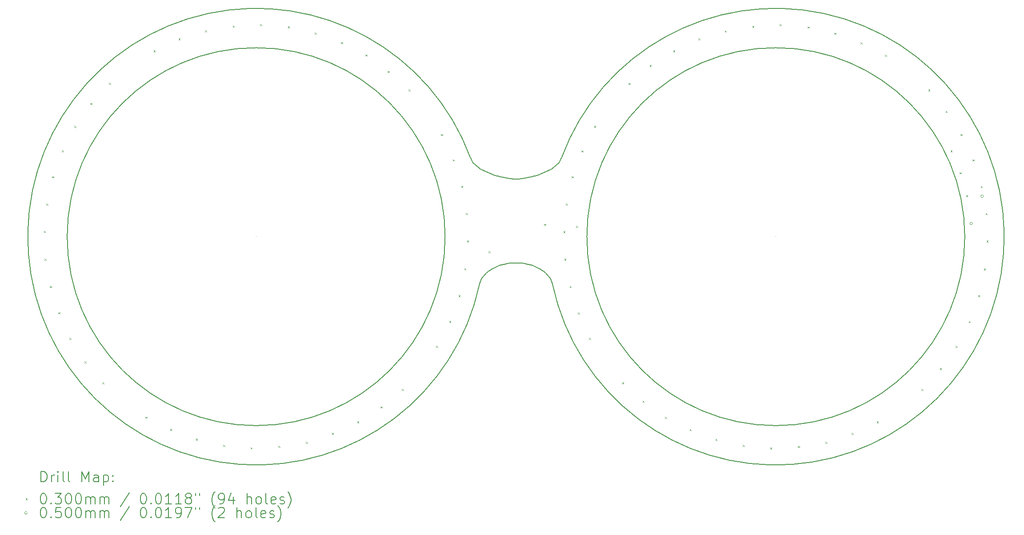
<source format=gbr>
%TF.GenerationSoftware,KiCad,Pcbnew,8.0.4*%
%TF.CreationDate,2025-02-17T11:37:52+11:00*%
%TF.ProjectId,LGS_FrontPCB,4c47535f-4672-46f6-9e74-5043422e6b69,rev?*%
%TF.SameCoordinates,Original*%
%TF.FileFunction,Drillmap*%
%TF.FilePolarity,Positive*%
%FSLAX45Y45*%
G04 Gerber Fmt 4.5, Leading zero omitted, Abs format (unit mm)*
G04 Created by KiCad (PCBNEW 8.0.4) date 2025-02-17 11:37:52*
%MOMM*%
%LPD*%
G01*
G04 APERTURE LIST*
%ADD10C,0.200000*%
%ADD11C,0.010050*%
%ADD12C,0.100000*%
G04 APERTURE END LIST*
D10*
X-5013843Y1100811D02*
X-4992852Y1099366D01*
X-4969511Y1098465D01*
X-4947003Y1098361D01*
X-4924076Y1098936D01*
X-4903745Y1099848D01*
X-4886157Y1100811D01*
X-4709046Y1127895D02*
X-4782993Y1114317D01*
X-4501611Y1186194D02*
X-4586219Y1159983D01*
X-4295520Y1277682D02*
X-4375745Y1237988D01*
X-4136452Y1404725D02*
X-4193700Y1350601D01*
X-4269855Y-847912D02*
X-4255878Y-900000D01*
X-4347625Y-728033D02*
X-4311716Y-774655D01*
X-4474727Y-625875D02*
X-4419907Y-664810D01*
X-4640212Y-549102D02*
X-4571181Y-577125D01*
X-4828813Y-506147D02*
X-4752781Y-519821D01*
X-5147220Y-519821D02*
X-5071187Y-506147D01*
X-5328819Y-577125D02*
X-5259788Y-549102D01*
X-5480093Y-664810D02*
X-5425273Y-625875D01*
X-5588284Y-774655D02*
X-5552375Y-728033D01*
X-5190954Y1127895D02*
X-5117007Y1114317D01*
X-5398389Y1186194D02*
X-5313781Y1159983D01*
X-5604480Y1277682D02*
X-5524255Y1237988D01*
X-5763548Y1404725D02*
X-5706300Y1350601D01*
X-5630145Y-847912D02*
X-5644122Y-900000D01*
X-4953923Y-500000D02*
X-4946077Y-500000D01*
X-4782993Y1114317D02*
X-4803112Y1111089D01*
X-4826124Y1107730D01*
X-4848649Y1104808D01*
X-4870696Y1102321D01*
X-4886157Y1100811D01*
X-4586219Y1159983D02*
X-4605810Y1154336D01*
X-4625274Y1148925D01*
X-4644598Y1143748D01*
X-4667579Y1137846D01*
X-4690311Y1132279D01*
X-4709046Y1127895D01*
X-4375745Y1237988D02*
X-4394977Y1229217D01*
X-4414397Y1220698D01*
X-4433986Y1212431D01*
X-4453727Y1204415D01*
X-4473600Y1196649D01*
X-4493588Y1189131D01*
X-4501611Y1186194D01*
X-4193700Y1350601D02*
X-4211222Y1336092D01*
X-4229495Y1321970D01*
X-4248496Y1308235D01*
X-4268199Y1294885D01*
X-4285137Y1284053D01*
X-4295520Y1277682D01*
X-4083197Y1500000D02*
X-4091024Y1481268D01*
X-4099848Y1462937D01*
X-4109667Y1445006D01*
X-4120483Y1427476D01*
X-4132294Y1410346D01*
X-4136452Y1404725D01*
X-5117007Y1114317D02*
X-5096888Y1111089D01*
X-5073876Y1107730D01*
X-5051351Y1104808D01*
X-5029304Y1102321D01*
X-5013843Y1100811D01*
X-5313781Y1159983D02*
X-5294190Y1154336D01*
X-5274726Y1148925D01*
X-5255402Y1143748D01*
X-5232421Y1137846D01*
X-5209689Y1132279D01*
X-5190954Y1127895D01*
X-5524255Y1237988D02*
X-5505023Y1229217D01*
X-5485603Y1220698D01*
X-5466014Y1212431D01*
X-5446273Y1204415D01*
X-5426400Y1196649D01*
X-5406412Y1189131D01*
X-5398389Y1186194D01*
X-5706300Y1350601D02*
X-5688778Y1336092D01*
X-5670505Y1321970D01*
X-5651504Y1308235D01*
X-5631801Y1294885D01*
X-5614863Y1284053D01*
X-5604480Y1277682D01*
X-5816803Y1500000D02*
X-5808976Y1481268D01*
X-5800152Y1462937D01*
X-5790332Y1445006D01*
X-5779517Y1427476D01*
X-5767706Y1410346D01*
X-5763548Y1404725D01*
X-6300000Y0D02*
G75*
G02*
X-13500000Y0I-3600000J0D01*
G01*
X-13500000Y0D02*
G75*
G02*
X-6300000Y0I3600000J0D01*
G01*
X-5644122Y-900000D02*
G75*
G02*
X-5816803Y1500000I-4255878J900000D01*
G01*
X-5588284Y-774655D02*
X-5600263Y-792564D01*
X-5611240Y-810748D01*
X-5621204Y-829200D01*
X-5630145Y-847912D01*
X-5480093Y-664810D02*
X-5497056Y-678103D01*
X-5513385Y-691704D01*
X-5529067Y-705605D01*
X-5544091Y-719796D01*
X-5552375Y-728033D01*
X-5328819Y-577125D02*
X-5347643Y-585594D01*
X-5366136Y-594380D01*
X-5384289Y-603476D01*
X-5402093Y-612876D01*
X-5422411Y-624221D01*
X-5425273Y-625875D01*
X-5147220Y-519821D02*
X-5168731Y-524465D01*
X-5190067Y-529503D01*
X-5211217Y-534933D01*
X-5232171Y-540750D01*
X-5252919Y-546950D01*
X-5259788Y-549102D01*
X-4953923Y-500000D02*
X-4975962Y-500252D01*
X-4997989Y-500920D01*
X-5019992Y-502003D01*
X-5041962Y-503502D01*
X-5063889Y-505417D01*
X-5071187Y-506147D01*
X-4311716Y-774655D02*
X-4299737Y-792564D01*
X-4288760Y-810748D01*
X-4278796Y-829200D01*
X-4269855Y-847912D01*
X-4419907Y-664810D02*
X-4402944Y-678103D01*
X-4386615Y-691704D01*
X-4370933Y-705605D01*
X-4355909Y-719796D01*
X-4347625Y-728033D01*
X-4571181Y-577125D02*
X-4552357Y-585594D01*
X-4533864Y-594380D01*
X-4515711Y-603476D01*
X-4497907Y-612876D01*
X-4477589Y-624221D01*
X-4474727Y-625875D01*
X-4752781Y-519821D02*
X-4731269Y-524465D01*
X-4709933Y-529503D01*
X-4688783Y-534933D01*
X-4667829Y-540750D01*
X-4647081Y-546950D01*
X-4640212Y-549102D01*
X-4946077Y-500000D02*
X-4924038Y-500252D01*
X-4902011Y-500920D01*
X-4880008Y-502003D01*
X-4858038Y-503502D01*
X-4836111Y-505417D01*
X-4828813Y-506147D01*
X-4083197Y1500000D02*
G75*
G02*
X-4255878Y-900000I4083197J-1500000D01*
G01*
X3600000Y0D02*
G75*
G02*
X-3600000Y0I-3600000J0D01*
G01*
X-3600000Y0D02*
G75*
G02*
X3600000Y0I3600000J0D01*
G01*
D11*
X502Y0D02*
G75*
G02*
X-502Y0I-502J0D01*
G01*
X-502Y0D02*
G75*
G02*
X502Y0I502J0D01*
G01*
X-9899498Y0D02*
G75*
G02*
X-9900503Y0I-503J0D01*
G01*
X-9900503Y0D02*
G75*
G02*
X-9899498Y0I503J0D01*
G01*
D10*
D12*
X-13944823Y107500D02*
X-13914823Y77500D01*
X-13914823Y107500D02*
X-13944823Y77500D01*
X-13928886Y-419382D02*
X-13898886Y-449382D01*
X-13898886Y-419382D02*
X-13928886Y-449382D01*
X-13897940Y631561D02*
X-13867940Y601561D01*
X-13867940Y631561D02*
X-13897940Y601561D01*
X-13829258Y-939939D02*
X-13799258Y-969939D01*
X-13799258Y-939939D02*
X-13829258Y-969939D01*
X-13787383Y1151933D02*
X-13757383Y1121933D01*
X-13757383Y1151933D02*
X-13787383Y1121933D01*
X-13669555Y-1440540D02*
X-13639555Y-1470540D01*
X-13639555Y-1440540D02*
X-13669555Y-1470540D01*
X-13600881Y1643950D02*
X-13570881Y1613950D01*
X-13570881Y1643950D02*
X-13600881Y1613950D01*
X-13457209Y-1925610D02*
X-13427209Y-1955610D01*
X-13427209Y-1925610D02*
X-13457209Y-1955610D01*
X-13362438Y2113237D02*
X-13332438Y2083237D01*
X-13332438Y2113237D02*
X-13362438Y2083237D01*
X-13170078Y-2374331D02*
X-13140078Y-2404331D01*
X-13140078Y-2374331D02*
X-13170078Y-2404331D01*
X-13058786Y2546015D02*
X-13028786Y2516015D01*
X-13028786Y2546015D02*
X-13058786Y2516015D01*
X-12829945Y-2772500D02*
X-12799945Y-2802500D01*
X-12799945Y-2772500D02*
X-12829945Y-2802500D01*
X-12704823Y2932619D02*
X-12674823Y2902619D01*
X-12674823Y2932619D02*
X-12704823Y2902619D01*
X-12010559Y-3430116D02*
X-11980559Y-3460116D01*
X-11980559Y-3430116D02*
X-12010559Y-3460116D01*
X-11853498Y3552445D02*
X-11823498Y3522445D01*
X-11823498Y3552445D02*
X-11853498Y3522445D01*
X-11539554Y-3664460D02*
X-11509554Y-3694460D01*
X-11509554Y-3664460D02*
X-11539554Y-3694460D01*
X-11377594Y3780272D02*
X-11347594Y3750272D01*
X-11347594Y3780272D02*
X-11377594Y3750272D01*
X-11049086Y-3850116D02*
X-11019086Y-3880116D01*
X-11019086Y-3850116D02*
X-11049086Y-3880116D01*
X-10872264Y3931933D02*
X-10842264Y3901933D01*
X-10842264Y3931933D02*
X-10872264Y3901933D01*
X-10528886Y-3965618D02*
X-10498886Y-3995618D01*
X-10498886Y-3965618D02*
X-10528886Y-3995618D01*
X-10346782Y4020894D02*
X-10316782Y3990894D01*
X-10316782Y4020894D02*
X-10346782Y3990894D01*
X-10008444Y-4016121D02*
X-9978444Y-4046121D01*
X-9978444Y-4016121D02*
X-10008444Y-4046121D01*
X-9826322Y4051121D02*
X-9796322Y4021121D01*
X-9796322Y4051121D02*
X-9826322Y4021121D01*
X-9477940Y-3986563D02*
X-9447940Y-4016563D01*
X-9447940Y-3986563D02*
X-9477940Y-4016563D01*
X-9294823Y4007500D02*
X-9264823Y3977500D01*
X-9264823Y4007500D02*
X-9294823Y3977500D01*
X-8954707Y-3906586D02*
X-8924707Y-3936586D01*
X-8924707Y-3906586D02*
X-8954707Y-3936586D01*
X-8784823Y3887500D02*
X-8754823Y3857500D01*
X-8754823Y3887500D02*
X-8784823Y3857500D01*
X-8456786Y-3737233D02*
X-8426786Y-3767233D01*
X-8426786Y-3737233D02*
X-8456786Y-3767233D01*
X-8284823Y3707500D02*
X-8254823Y3677500D01*
X-8254823Y3707500D02*
X-8284823Y3677500D01*
X-7976151Y-3517449D02*
X-7946151Y-3547449D01*
X-7946151Y-3517449D02*
X-7976151Y-3547449D01*
X-7819877Y3468825D02*
X-7789877Y3438825D01*
X-7789877Y3468825D02*
X-7819877Y3438825D01*
X-7531605Y-3236960D02*
X-7501605Y-3266960D01*
X-7501605Y-3236960D02*
X-7531605Y-3266960D01*
X-7393985Y3158786D02*
X-7363985Y3128786D01*
X-7363985Y3158786D02*
X-7393985Y3128786D01*
X-7125000Y-2900000D02*
X-7095000Y-2930000D01*
X-7095000Y-2900000D02*
X-7125000Y-2930000D01*
X-6994823Y2807500D02*
X-6964823Y2777500D01*
X-6964823Y2807500D02*
X-6994823Y2777500D01*
X-6473495Y-2077449D02*
X-6443495Y-2107449D01*
X-6443495Y-2077449D02*
X-6473495Y-2107449D01*
X-6379877Y1956177D02*
X-6349877Y1926177D01*
X-6349877Y1956177D02*
X-6379877Y1926177D01*
X-6222861Y-1607234D02*
X-6192861Y-1637234D01*
X-6192861Y-1607234D02*
X-6222861Y-1637234D01*
X-6154252Y1473833D02*
X-6124252Y1443833D01*
X-6124252Y1473833D02*
X-6154252Y1443833D01*
X-6044823Y-1112500D02*
X-6014823Y-1142500D01*
X-6014823Y-1112500D02*
X-6044823Y-1142500D01*
X-5994823Y967500D02*
X-5964823Y937500D01*
X-5964823Y967500D02*
X-5994823Y937500D01*
X-5934823Y-602500D02*
X-5904823Y-632500D01*
X-5904823Y-602500D02*
X-5934823Y-632500D01*
X-5903110Y451168D02*
X-5873110Y421168D01*
X-5873110Y451168D02*
X-5903110Y421168D01*
X-5884823Y-72500D02*
X-5854823Y-102500D01*
X-5854823Y-72500D02*
X-5884823Y-102500D01*
X-5475000Y-274775D02*
X-5445000Y-304775D01*
X-5445000Y-274775D02*
X-5475000Y-304775D01*
X-4415000Y245245D02*
X-4385000Y215245D01*
X-4385000Y245245D02*
X-4415000Y215245D01*
X-4045000Y105000D02*
X-4015000Y75000D01*
X-4015000Y105000D02*
X-4045000Y75000D01*
X-4029063Y-421882D02*
X-3999063Y-451882D01*
X-3999063Y-421882D02*
X-4029063Y-451882D01*
X-3998117Y629061D02*
X-3968117Y599061D01*
X-3968117Y629061D02*
X-3998117Y599061D01*
X-3929435Y-942439D02*
X-3899435Y-972439D01*
X-3899435Y-942439D02*
X-3929435Y-972439D01*
X-3887560Y1149434D02*
X-3857560Y1119434D01*
X-3857560Y1149434D02*
X-3887560Y1119434D01*
X-3805000Y205000D02*
X-3775000Y175000D01*
X-3775000Y205000D02*
X-3805000Y175000D01*
X-3769732Y-1443039D02*
X-3739732Y-1473039D01*
X-3739732Y-1443039D02*
X-3769732Y-1473039D01*
X-3701059Y1641450D02*
X-3671059Y1611450D01*
X-3671059Y1641450D02*
X-3701059Y1611450D01*
X-3557386Y-1928110D02*
X-3527386Y-1958110D01*
X-3527386Y-1928110D02*
X-3557386Y-1958110D01*
X-3462616Y2110737D02*
X-3432616Y2080737D01*
X-3432616Y2110737D02*
X-3462616Y2080737D01*
X-2930122Y-2775000D02*
X-2900122Y-2805000D01*
X-2900122Y-2775000D02*
X-2930122Y-2805000D01*
X-2805000Y2930119D02*
X-2775001Y2900119D01*
X-2775001Y2930119D02*
X-2805000Y2900119D01*
X-2540078Y-3125668D02*
X-2510078Y-3155668D01*
X-2510078Y-3125668D02*
X-2540078Y-3155668D01*
X-2404332Y3270076D02*
X-2374332Y3240076D01*
X-2374332Y3270076D02*
X-2404332Y3240076D01*
X-2110737Y-3432616D02*
X-2080736Y-3462616D01*
X-2080736Y-3432616D02*
X-2110737Y-3462616D01*
X-1953676Y3549945D02*
X-1923676Y3519945D01*
X-1923676Y3549945D02*
X-1953676Y3519945D01*
X-1639732Y-3666960D02*
X-1609732Y-3696960D01*
X-1609732Y-3666960D02*
X-1639732Y-3696960D01*
X-1477771Y3777772D02*
X-1447771Y3747772D01*
X-1447771Y3777772D02*
X-1477771Y3747772D01*
X-1149264Y-3852616D02*
X-1119264Y-3882616D01*
X-1119264Y-3852616D02*
X-1149264Y-3882616D01*
X-972441Y3929433D02*
X-942441Y3899433D01*
X-942441Y3929433D02*
X-972441Y3899433D01*
X-629063Y-3968118D02*
X-599063Y-3998118D01*
X-599063Y-3968118D02*
X-629063Y-3998118D01*
X-446960Y4018395D02*
X-416960Y3988395D01*
X-416960Y4018395D02*
X-446960Y3988395D01*
X-108621Y-4018621D02*
X-78622Y-4048621D01*
X-78622Y-4018621D02*
X-108621Y-4048621D01*
X73500Y4048621D02*
X103500Y4018621D01*
X103500Y4048621D02*
X73500Y4018621D01*
X421883Y-3989063D02*
X451883Y-4019063D01*
X451883Y-3989063D02*
X421883Y-4019063D01*
X605000Y4005000D02*
X635000Y3975000D01*
X635000Y4005000D02*
X605000Y3975000D01*
X945115Y-3909086D02*
X975115Y-3939086D01*
X975115Y-3909086D02*
X945115Y-3939086D01*
X1115000Y3885000D02*
X1145000Y3855000D01*
X1145000Y3885000D02*
X1115000Y3855000D01*
X1443036Y-3739733D02*
X1473036Y-3769733D01*
X1473036Y-3739733D02*
X1443036Y-3769733D01*
X1615000Y3705000D02*
X1645000Y3675000D01*
X1645000Y3705000D02*
X1615000Y3675000D01*
X1923671Y-3519949D02*
X1953671Y-3549949D01*
X1953671Y-3519949D02*
X1923671Y-3549949D01*
X2079945Y3466325D02*
X2109946Y3436325D01*
X2109946Y3466325D02*
X2079945Y3436325D01*
X2774823Y-2902500D02*
X2804823Y-2932500D01*
X2804823Y-2902500D02*
X2774823Y-2932500D01*
X2905000Y2805000D02*
X2935000Y2775000D01*
X2935000Y2805000D02*
X2905000Y2775000D01*
X3125000Y-2505000D02*
X3155000Y-2535000D01*
X3155000Y-2505000D02*
X3125000Y-2535000D01*
X3235000Y2395000D02*
X3265000Y2365000D01*
X3265000Y2395000D02*
X3235000Y2365000D01*
X3328500Y1645700D02*
X3358500Y1615700D01*
X3358500Y1645700D02*
X3328500Y1615700D01*
X3426327Y-2079949D02*
X3456327Y-2109949D01*
X3456327Y-2079949D02*
X3426327Y-2109949D01*
X3502300Y1226100D02*
X3532300Y1196100D01*
X3532300Y1226100D02*
X3502300Y1196100D01*
X3519946Y1953677D02*
X3549946Y1923677D01*
X3549946Y1953677D02*
X3519946Y1923677D01*
X3623700Y788400D02*
X3653700Y758400D01*
X3653700Y788400D02*
X3623700Y758400D01*
X3676962Y-1609733D02*
X3706962Y-1639733D01*
X3706962Y-1609733D02*
X3676962Y-1639733D01*
X3745571Y1471333D02*
X3775571Y1441333D01*
X3775571Y1471333D02*
X3745571Y1441333D01*
X3855000Y-1115000D02*
X3885000Y-1145000D01*
X3885000Y-1115000D02*
X3855000Y-1145000D01*
X3905000Y965000D02*
X3935000Y935000D01*
X3935000Y965000D02*
X3905000Y935000D01*
X3965000Y-605000D02*
X3995000Y-635000D01*
X3995000Y-605000D02*
X3965000Y-635000D01*
X3996712Y448668D02*
X4026712Y418668D01*
X4026712Y448668D02*
X3996712Y418668D01*
X4015000Y-75000D02*
X4045000Y-105000D01*
X4045000Y-75000D02*
X4015000Y-105000D01*
X3745000Y250000D02*
G75*
G02*
X3695000Y250000I-25000J0D01*
G01*
X3695000Y250000D02*
G75*
G02*
X3745000Y250000I25000J0D01*
G01*
X3955000Y770000D02*
G75*
G02*
X3905000Y770000I-25000J0D01*
G01*
X3905000Y770000D02*
G75*
G02*
X3955000Y770000I25000J0D01*
G01*
D10*
X-13999223Y-4671484D02*
X-13999223Y-4471484D01*
X-13999223Y-4471484D02*
X-13951604Y-4471484D01*
X-13951604Y-4471484D02*
X-13923033Y-4481008D01*
X-13923033Y-4481008D02*
X-13903985Y-4500055D01*
X-13903985Y-4500055D02*
X-13894461Y-4519103D01*
X-13894461Y-4519103D02*
X-13884937Y-4557198D01*
X-13884937Y-4557198D02*
X-13884937Y-4585770D01*
X-13884937Y-4585770D02*
X-13894461Y-4623865D01*
X-13894461Y-4623865D02*
X-13903985Y-4642912D01*
X-13903985Y-4642912D02*
X-13923033Y-4661960D01*
X-13923033Y-4661960D02*
X-13951604Y-4671484D01*
X-13951604Y-4671484D02*
X-13999223Y-4671484D01*
X-13799223Y-4671484D02*
X-13799223Y-4538150D01*
X-13799223Y-4576246D02*
X-13789699Y-4557198D01*
X-13789699Y-4557198D02*
X-13780175Y-4547674D01*
X-13780175Y-4547674D02*
X-13761128Y-4538150D01*
X-13761128Y-4538150D02*
X-13742080Y-4538150D01*
X-13675414Y-4671484D02*
X-13675414Y-4538150D01*
X-13675414Y-4471484D02*
X-13684937Y-4481008D01*
X-13684937Y-4481008D02*
X-13675414Y-4490531D01*
X-13675414Y-4490531D02*
X-13665890Y-4481008D01*
X-13665890Y-4481008D02*
X-13675414Y-4471484D01*
X-13675414Y-4471484D02*
X-13675414Y-4490531D01*
X-13551604Y-4671484D02*
X-13570652Y-4661960D01*
X-13570652Y-4661960D02*
X-13580175Y-4642912D01*
X-13580175Y-4642912D02*
X-13580175Y-4471484D01*
X-13446842Y-4671484D02*
X-13465890Y-4661960D01*
X-13465890Y-4661960D02*
X-13475414Y-4642912D01*
X-13475414Y-4642912D02*
X-13475414Y-4471484D01*
X-13218271Y-4671484D02*
X-13218271Y-4471484D01*
X-13218271Y-4471484D02*
X-13151604Y-4614341D01*
X-13151604Y-4614341D02*
X-13084937Y-4471484D01*
X-13084937Y-4471484D02*
X-13084937Y-4671484D01*
X-12903985Y-4671484D02*
X-12903985Y-4566722D01*
X-12903985Y-4566722D02*
X-12913509Y-4547674D01*
X-12913509Y-4547674D02*
X-12932556Y-4538150D01*
X-12932556Y-4538150D02*
X-12970652Y-4538150D01*
X-12970652Y-4538150D02*
X-12989699Y-4547674D01*
X-12903985Y-4661960D02*
X-12923033Y-4671484D01*
X-12923033Y-4671484D02*
X-12970652Y-4671484D01*
X-12970652Y-4671484D02*
X-12989699Y-4661960D01*
X-12989699Y-4661960D02*
X-12999223Y-4642912D01*
X-12999223Y-4642912D02*
X-12999223Y-4623865D01*
X-12999223Y-4623865D02*
X-12989699Y-4604817D01*
X-12989699Y-4604817D02*
X-12970652Y-4595293D01*
X-12970652Y-4595293D02*
X-12923033Y-4595293D01*
X-12923033Y-4595293D02*
X-12903985Y-4585770D01*
X-12808747Y-4538150D02*
X-12808747Y-4738150D01*
X-12808747Y-4547674D02*
X-12789699Y-4538150D01*
X-12789699Y-4538150D02*
X-12751604Y-4538150D01*
X-12751604Y-4538150D02*
X-12732556Y-4547674D01*
X-12732556Y-4547674D02*
X-12723033Y-4557198D01*
X-12723033Y-4557198D02*
X-12713509Y-4576246D01*
X-12713509Y-4576246D02*
X-12713509Y-4633389D01*
X-12713509Y-4633389D02*
X-12723033Y-4652436D01*
X-12723033Y-4652436D02*
X-12732556Y-4661960D01*
X-12732556Y-4661960D02*
X-12751604Y-4671484D01*
X-12751604Y-4671484D02*
X-12789699Y-4671484D01*
X-12789699Y-4671484D02*
X-12808747Y-4661960D01*
X-12627794Y-4652436D02*
X-12618271Y-4661960D01*
X-12618271Y-4661960D02*
X-12627794Y-4671484D01*
X-12627794Y-4671484D02*
X-12637318Y-4661960D01*
X-12637318Y-4661960D02*
X-12627794Y-4652436D01*
X-12627794Y-4652436D02*
X-12627794Y-4671484D01*
X-12627794Y-4547674D02*
X-12618271Y-4557198D01*
X-12618271Y-4557198D02*
X-12627794Y-4566722D01*
X-12627794Y-4566722D02*
X-12637318Y-4557198D01*
X-12637318Y-4557198D02*
X-12627794Y-4547674D01*
X-12627794Y-4547674D02*
X-12627794Y-4566722D01*
D12*
X-14290000Y-4985000D02*
X-14260000Y-5015000D01*
X-14260000Y-4985000D02*
X-14290000Y-5015000D01*
D10*
X-13961128Y-4891484D02*
X-13942080Y-4891484D01*
X-13942080Y-4891484D02*
X-13923033Y-4901008D01*
X-13923033Y-4901008D02*
X-13913509Y-4910531D01*
X-13913509Y-4910531D02*
X-13903985Y-4929579D01*
X-13903985Y-4929579D02*
X-13894461Y-4967674D01*
X-13894461Y-4967674D02*
X-13894461Y-5015293D01*
X-13894461Y-5015293D02*
X-13903985Y-5053389D01*
X-13903985Y-5053389D02*
X-13913509Y-5072436D01*
X-13913509Y-5072436D02*
X-13923033Y-5081960D01*
X-13923033Y-5081960D02*
X-13942080Y-5091484D01*
X-13942080Y-5091484D02*
X-13961128Y-5091484D01*
X-13961128Y-5091484D02*
X-13980175Y-5081960D01*
X-13980175Y-5081960D02*
X-13989699Y-5072436D01*
X-13989699Y-5072436D02*
X-13999223Y-5053389D01*
X-13999223Y-5053389D02*
X-14008747Y-5015293D01*
X-14008747Y-5015293D02*
X-14008747Y-4967674D01*
X-14008747Y-4967674D02*
X-13999223Y-4929579D01*
X-13999223Y-4929579D02*
X-13989699Y-4910531D01*
X-13989699Y-4910531D02*
X-13980175Y-4901008D01*
X-13980175Y-4901008D02*
X-13961128Y-4891484D01*
X-13808747Y-5072436D02*
X-13799223Y-5081960D01*
X-13799223Y-5081960D02*
X-13808747Y-5091484D01*
X-13808747Y-5091484D02*
X-13818271Y-5081960D01*
X-13818271Y-5081960D02*
X-13808747Y-5072436D01*
X-13808747Y-5072436D02*
X-13808747Y-5091484D01*
X-13732556Y-4891484D02*
X-13608747Y-4891484D01*
X-13608747Y-4891484D02*
X-13675414Y-4967674D01*
X-13675414Y-4967674D02*
X-13646842Y-4967674D01*
X-13646842Y-4967674D02*
X-13627794Y-4977198D01*
X-13627794Y-4977198D02*
X-13618271Y-4986722D01*
X-13618271Y-4986722D02*
X-13608747Y-5005770D01*
X-13608747Y-5005770D02*
X-13608747Y-5053389D01*
X-13608747Y-5053389D02*
X-13618271Y-5072436D01*
X-13618271Y-5072436D02*
X-13627794Y-5081960D01*
X-13627794Y-5081960D02*
X-13646842Y-5091484D01*
X-13646842Y-5091484D02*
X-13703985Y-5091484D01*
X-13703985Y-5091484D02*
X-13723033Y-5081960D01*
X-13723033Y-5081960D02*
X-13732556Y-5072436D01*
X-13484937Y-4891484D02*
X-13465890Y-4891484D01*
X-13465890Y-4891484D02*
X-13446842Y-4901008D01*
X-13446842Y-4901008D02*
X-13437318Y-4910531D01*
X-13437318Y-4910531D02*
X-13427794Y-4929579D01*
X-13427794Y-4929579D02*
X-13418271Y-4967674D01*
X-13418271Y-4967674D02*
X-13418271Y-5015293D01*
X-13418271Y-5015293D02*
X-13427794Y-5053389D01*
X-13427794Y-5053389D02*
X-13437318Y-5072436D01*
X-13437318Y-5072436D02*
X-13446842Y-5081960D01*
X-13446842Y-5081960D02*
X-13465890Y-5091484D01*
X-13465890Y-5091484D02*
X-13484937Y-5091484D01*
X-13484937Y-5091484D02*
X-13503985Y-5081960D01*
X-13503985Y-5081960D02*
X-13513509Y-5072436D01*
X-13513509Y-5072436D02*
X-13523033Y-5053389D01*
X-13523033Y-5053389D02*
X-13532556Y-5015293D01*
X-13532556Y-5015293D02*
X-13532556Y-4967674D01*
X-13532556Y-4967674D02*
X-13523033Y-4929579D01*
X-13523033Y-4929579D02*
X-13513509Y-4910531D01*
X-13513509Y-4910531D02*
X-13503985Y-4901008D01*
X-13503985Y-4901008D02*
X-13484937Y-4891484D01*
X-13294461Y-4891484D02*
X-13275413Y-4891484D01*
X-13275413Y-4891484D02*
X-13256366Y-4901008D01*
X-13256366Y-4901008D02*
X-13246842Y-4910531D01*
X-13246842Y-4910531D02*
X-13237318Y-4929579D01*
X-13237318Y-4929579D02*
X-13227794Y-4967674D01*
X-13227794Y-4967674D02*
X-13227794Y-5015293D01*
X-13227794Y-5015293D02*
X-13237318Y-5053389D01*
X-13237318Y-5053389D02*
X-13246842Y-5072436D01*
X-13246842Y-5072436D02*
X-13256366Y-5081960D01*
X-13256366Y-5081960D02*
X-13275413Y-5091484D01*
X-13275413Y-5091484D02*
X-13294461Y-5091484D01*
X-13294461Y-5091484D02*
X-13313509Y-5081960D01*
X-13313509Y-5081960D02*
X-13323033Y-5072436D01*
X-13323033Y-5072436D02*
X-13332556Y-5053389D01*
X-13332556Y-5053389D02*
X-13342080Y-5015293D01*
X-13342080Y-5015293D02*
X-13342080Y-4967674D01*
X-13342080Y-4967674D02*
X-13332556Y-4929579D01*
X-13332556Y-4929579D02*
X-13323033Y-4910531D01*
X-13323033Y-4910531D02*
X-13313509Y-4901008D01*
X-13313509Y-4901008D02*
X-13294461Y-4891484D01*
X-13142080Y-5091484D02*
X-13142080Y-4958150D01*
X-13142080Y-4977198D02*
X-13132556Y-4967674D01*
X-13132556Y-4967674D02*
X-13113509Y-4958150D01*
X-13113509Y-4958150D02*
X-13084937Y-4958150D01*
X-13084937Y-4958150D02*
X-13065890Y-4967674D01*
X-13065890Y-4967674D02*
X-13056366Y-4986722D01*
X-13056366Y-4986722D02*
X-13056366Y-5091484D01*
X-13056366Y-4986722D02*
X-13046842Y-4967674D01*
X-13046842Y-4967674D02*
X-13027794Y-4958150D01*
X-13027794Y-4958150D02*
X-12999223Y-4958150D01*
X-12999223Y-4958150D02*
X-12980175Y-4967674D01*
X-12980175Y-4967674D02*
X-12970652Y-4986722D01*
X-12970652Y-4986722D02*
X-12970652Y-5091484D01*
X-12875413Y-5091484D02*
X-12875413Y-4958150D01*
X-12875413Y-4977198D02*
X-12865890Y-4967674D01*
X-12865890Y-4967674D02*
X-12846842Y-4958150D01*
X-12846842Y-4958150D02*
X-12818271Y-4958150D01*
X-12818271Y-4958150D02*
X-12799223Y-4967674D01*
X-12799223Y-4967674D02*
X-12789699Y-4986722D01*
X-12789699Y-4986722D02*
X-12789699Y-5091484D01*
X-12789699Y-4986722D02*
X-12780175Y-4967674D01*
X-12780175Y-4967674D02*
X-12761128Y-4958150D01*
X-12761128Y-4958150D02*
X-12732556Y-4958150D01*
X-12732556Y-4958150D02*
X-12713509Y-4967674D01*
X-12713509Y-4967674D02*
X-12703985Y-4986722D01*
X-12703985Y-4986722D02*
X-12703985Y-5091484D01*
X-12313509Y-4881960D02*
X-12484937Y-5139103D01*
X-12056366Y-4891484D02*
X-12037318Y-4891484D01*
X-12037318Y-4891484D02*
X-12018270Y-4901008D01*
X-12018270Y-4901008D02*
X-12008747Y-4910531D01*
X-12008747Y-4910531D02*
X-11999223Y-4929579D01*
X-11999223Y-4929579D02*
X-11989699Y-4967674D01*
X-11989699Y-4967674D02*
X-11989699Y-5015293D01*
X-11989699Y-5015293D02*
X-11999223Y-5053389D01*
X-11999223Y-5053389D02*
X-12008747Y-5072436D01*
X-12008747Y-5072436D02*
X-12018270Y-5081960D01*
X-12018270Y-5081960D02*
X-12037318Y-5091484D01*
X-12037318Y-5091484D02*
X-12056366Y-5091484D01*
X-12056366Y-5091484D02*
X-12075413Y-5081960D01*
X-12075413Y-5081960D02*
X-12084937Y-5072436D01*
X-12084937Y-5072436D02*
X-12094461Y-5053389D01*
X-12094461Y-5053389D02*
X-12103985Y-5015293D01*
X-12103985Y-5015293D02*
X-12103985Y-4967674D01*
X-12103985Y-4967674D02*
X-12094461Y-4929579D01*
X-12094461Y-4929579D02*
X-12084937Y-4910531D01*
X-12084937Y-4910531D02*
X-12075413Y-4901008D01*
X-12075413Y-4901008D02*
X-12056366Y-4891484D01*
X-11903985Y-5072436D02*
X-11894461Y-5081960D01*
X-11894461Y-5081960D02*
X-11903985Y-5091484D01*
X-11903985Y-5091484D02*
X-11913509Y-5081960D01*
X-11913509Y-5081960D02*
X-11903985Y-5072436D01*
X-11903985Y-5072436D02*
X-11903985Y-5091484D01*
X-11770651Y-4891484D02*
X-11751604Y-4891484D01*
X-11751604Y-4891484D02*
X-11732556Y-4901008D01*
X-11732556Y-4901008D02*
X-11723032Y-4910531D01*
X-11723032Y-4910531D02*
X-11713509Y-4929579D01*
X-11713509Y-4929579D02*
X-11703985Y-4967674D01*
X-11703985Y-4967674D02*
X-11703985Y-5015293D01*
X-11703985Y-5015293D02*
X-11713509Y-5053389D01*
X-11713509Y-5053389D02*
X-11723032Y-5072436D01*
X-11723032Y-5072436D02*
X-11732556Y-5081960D01*
X-11732556Y-5081960D02*
X-11751604Y-5091484D01*
X-11751604Y-5091484D02*
X-11770651Y-5091484D01*
X-11770651Y-5091484D02*
X-11789699Y-5081960D01*
X-11789699Y-5081960D02*
X-11799223Y-5072436D01*
X-11799223Y-5072436D02*
X-11808747Y-5053389D01*
X-11808747Y-5053389D02*
X-11818270Y-5015293D01*
X-11818270Y-5015293D02*
X-11818270Y-4967674D01*
X-11818270Y-4967674D02*
X-11808747Y-4929579D01*
X-11808747Y-4929579D02*
X-11799223Y-4910531D01*
X-11799223Y-4910531D02*
X-11789699Y-4901008D01*
X-11789699Y-4901008D02*
X-11770651Y-4891484D01*
X-11513509Y-5091484D02*
X-11627794Y-5091484D01*
X-11570651Y-5091484D02*
X-11570651Y-4891484D01*
X-11570651Y-4891484D02*
X-11589699Y-4920055D01*
X-11589699Y-4920055D02*
X-11608747Y-4939103D01*
X-11608747Y-4939103D02*
X-11627794Y-4948627D01*
X-11323032Y-5091484D02*
X-11437318Y-5091484D01*
X-11380175Y-5091484D02*
X-11380175Y-4891484D01*
X-11380175Y-4891484D02*
X-11399223Y-4920055D01*
X-11399223Y-4920055D02*
X-11418270Y-4939103D01*
X-11418270Y-4939103D02*
X-11437318Y-4948627D01*
X-11208747Y-4977198D02*
X-11227794Y-4967674D01*
X-11227794Y-4967674D02*
X-11237318Y-4958150D01*
X-11237318Y-4958150D02*
X-11246842Y-4939103D01*
X-11246842Y-4939103D02*
X-11246842Y-4929579D01*
X-11246842Y-4929579D02*
X-11237318Y-4910531D01*
X-11237318Y-4910531D02*
X-11227794Y-4901008D01*
X-11227794Y-4901008D02*
X-11208747Y-4891484D01*
X-11208747Y-4891484D02*
X-11170651Y-4891484D01*
X-11170651Y-4891484D02*
X-11151604Y-4901008D01*
X-11151604Y-4901008D02*
X-11142080Y-4910531D01*
X-11142080Y-4910531D02*
X-11132556Y-4929579D01*
X-11132556Y-4929579D02*
X-11132556Y-4939103D01*
X-11132556Y-4939103D02*
X-11142080Y-4958150D01*
X-11142080Y-4958150D02*
X-11151604Y-4967674D01*
X-11151604Y-4967674D02*
X-11170651Y-4977198D01*
X-11170651Y-4977198D02*
X-11208747Y-4977198D01*
X-11208747Y-4977198D02*
X-11227794Y-4986722D01*
X-11227794Y-4986722D02*
X-11237318Y-4996246D01*
X-11237318Y-4996246D02*
X-11246842Y-5015293D01*
X-11246842Y-5015293D02*
X-11246842Y-5053389D01*
X-11246842Y-5053389D02*
X-11237318Y-5072436D01*
X-11237318Y-5072436D02*
X-11227794Y-5081960D01*
X-11227794Y-5081960D02*
X-11208747Y-5091484D01*
X-11208747Y-5091484D02*
X-11170651Y-5091484D01*
X-11170651Y-5091484D02*
X-11151604Y-5081960D01*
X-11151604Y-5081960D02*
X-11142080Y-5072436D01*
X-11142080Y-5072436D02*
X-11132556Y-5053389D01*
X-11132556Y-5053389D02*
X-11132556Y-5015293D01*
X-11132556Y-5015293D02*
X-11142080Y-4996246D01*
X-11142080Y-4996246D02*
X-11151604Y-4986722D01*
X-11151604Y-4986722D02*
X-11170651Y-4977198D01*
X-11056366Y-4891484D02*
X-11056366Y-4929579D01*
X-10980175Y-4891484D02*
X-10980175Y-4929579D01*
X-10684937Y-5167674D02*
X-10694461Y-5158150D01*
X-10694461Y-5158150D02*
X-10713509Y-5129579D01*
X-10713509Y-5129579D02*
X-10723032Y-5110531D01*
X-10723032Y-5110531D02*
X-10732556Y-5081960D01*
X-10732556Y-5081960D02*
X-10742080Y-5034341D01*
X-10742080Y-5034341D02*
X-10742080Y-4996246D01*
X-10742080Y-4996246D02*
X-10732556Y-4948627D01*
X-10732556Y-4948627D02*
X-10723032Y-4920055D01*
X-10723032Y-4920055D02*
X-10713509Y-4901008D01*
X-10713509Y-4901008D02*
X-10694461Y-4872436D01*
X-10694461Y-4872436D02*
X-10684937Y-4862912D01*
X-10599223Y-5091484D02*
X-10561128Y-5091484D01*
X-10561128Y-5091484D02*
X-10542080Y-5081960D01*
X-10542080Y-5081960D02*
X-10532556Y-5072436D01*
X-10532556Y-5072436D02*
X-10513509Y-5043865D01*
X-10513509Y-5043865D02*
X-10503985Y-5005770D01*
X-10503985Y-5005770D02*
X-10503985Y-4929579D01*
X-10503985Y-4929579D02*
X-10513509Y-4910531D01*
X-10513509Y-4910531D02*
X-10523032Y-4901008D01*
X-10523032Y-4901008D02*
X-10542080Y-4891484D01*
X-10542080Y-4891484D02*
X-10580175Y-4891484D01*
X-10580175Y-4891484D02*
X-10599223Y-4901008D01*
X-10599223Y-4901008D02*
X-10608747Y-4910531D01*
X-10608747Y-4910531D02*
X-10618270Y-4929579D01*
X-10618270Y-4929579D02*
X-10618270Y-4977198D01*
X-10618270Y-4977198D02*
X-10608747Y-4996246D01*
X-10608747Y-4996246D02*
X-10599223Y-5005770D01*
X-10599223Y-5005770D02*
X-10580175Y-5015293D01*
X-10580175Y-5015293D02*
X-10542080Y-5015293D01*
X-10542080Y-5015293D02*
X-10523032Y-5005770D01*
X-10523032Y-5005770D02*
X-10513509Y-4996246D01*
X-10513509Y-4996246D02*
X-10503985Y-4977198D01*
X-10332556Y-4958150D02*
X-10332556Y-5091484D01*
X-10380175Y-4881960D02*
X-10427794Y-5024817D01*
X-10427794Y-5024817D02*
X-10303985Y-5024817D01*
X-10075413Y-5091484D02*
X-10075413Y-4891484D01*
X-9989699Y-5091484D02*
X-9989699Y-4986722D01*
X-9989699Y-4986722D02*
X-9999223Y-4967674D01*
X-9999223Y-4967674D02*
X-10018270Y-4958150D01*
X-10018270Y-4958150D02*
X-10046842Y-4958150D01*
X-10046842Y-4958150D02*
X-10065889Y-4967674D01*
X-10065889Y-4967674D02*
X-10075413Y-4977198D01*
X-9865889Y-5091484D02*
X-9884937Y-5081960D01*
X-9884937Y-5081960D02*
X-9894461Y-5072436D01*
X-9894461Y-5072436D02*
X-9903985Y-5053389D01*
X-9903985Y-5053389D02*
X-9903985Y-4996246D01*
X-9903985Y-4996246D02*
X-9894461Y-4977198D01*
X-9894461Y-4977198D02*
X-9884937Y-4967674D01*
X-9884937Y-4967674D02*
X-9865889Y-4958150D01*
X-9865889Y-4958150D02*
X-9837318Y-4958150D01*
X-9837318Y-4958150D02*
X-9818270Y-4967674D01*
X-9818270Y-4967674D02*
X-9808747Y-4977198D01*
X-9808747Y-4977198D02*
X-9799223Y-4996246D01*
X-9799223Y-4996246D02*
X-9799223Y-5053389D01*
X-9799223Y-5053389D02*
X-9808747Y-5072436D01*
X-9808747Y-5072436D02*
X-9818270Y-5081960D01*
X-9818270Y-5081960D02*
X-9837318Y-5091484D01*
X-9837318Y-5091484D02*
X-9865889Y-5091484D01*
X-9684937Y-5091484D02*
X-9703985Y-5081960D01*
X-9703985Y-5081960D02*
X-9713508Y-5062912D01*
X-9713508Y-5062912D02*
X-9713508Y-4891484D01*
X-9532556Y-5081960D02*
X-9551604Y-5091484D01*
X-9551604Y-5091484D02*
X-9589699Y-5091484D01*
X-9589699Y-5091484D02*
X-9608747Y-5081960D01*
X-9608747Y-5081960D02*
X-9618270Y-5062912D01*
X-9618270Y-5062912D02*
X-9618270Y-4986722D01*
X-9618270Y-4986722D02*
X-9608747Y-4967674D01*
X-9608747Y-4967674D02*
X-9589699Y-4958150D01*
X-9589699Y-4958150D02*
X-9551604Y-4958150D01*
X-9551604Y-4958150D02*
X-9532556Y-4967674D01*
X-9532556Y-4967674D02*
X-9523032Y-4986722D01*
X-9523032Y-4986722D02*
X-9523032Y-5005770D01*
X-9523032Y-5005770D02*
X-9618270Y-5024817D01*
X-9446842Y-5081960D02*
X-9427794Y-5091484D01*
X-9427794Y-5091484D02*
X-9389699Y-5091484D01*
X-9389699Y-5091484D02*
X-9370651Y-5081960D01*
X-9370651Y-5081960D02*
X-9361127Y-5062912D01*
X-9361127Y-5062912D02*
X-9361127Y-5053389D01*
X-9361127Y-5053389D02*
X-9370651Y-5034341D01*
X-9370651Y-5034341D02*
X-9389699Y-5024817D01*
X-9389699Y-5024817D02*
X-9418270Y-5024817D01*
X-9418270Y-5024817D02*
X-9437318Y-5015293D01*
X-9437318Y-5015293D02*
X-9446842Y-4996246D01*
X-9446842Y-4996246D02*
X-9446842Y-4986722D01*
X-9446842Y-4986722D02*
X-9437318Y-4967674D01*
X-9437318Y-4967674D02*
X-9418270Y-4958150D01*
X-9418270Y-4958150D02*
X-9389699Y-4958150D01*
X-9389699Y-4958150D02*
X-9370651Y-4967674D01*
X-9294461Y-5167674D02*
X-9284937Y-5158150D01*
X-9284937Y-5158150D02*
X-9265889Y-5129579D01*
X-9265889Y-5129579D02*
X-9256366Y-5110531D01*
X-9256366Y-5110531D02*
X-9246842Y-5081960D01*
X-9246842Y-5081960D02*
X-9237318Y-5034341D01*
X-9237318Y-5034341D02*
X-9237318Y-4996246D01*
X-9237318Y-4996246D02*
X-9246842Y-4948627D01*
X-9246842Y-4948627D02*
X-9256366Y-4920055D01*
X-9256366Y-4920055D02*
X-9265889Y-4901008D01*
X-9265889Y-4901008D02*
X-9284937Y-4872436D01*
X-9284937Y-4872436D02*
X-9294461Y-4862912D01*
D12*
X-14260000Y-5264000D02*
G75*
G02*
X-14310000Y-5264000I-25000J0D01*
G01*
X-14310000Y-5264000D02*
G75*
G02*
X-14260000Y-5264000I25000J0D01*
G01*
D10*
X-13961128Y-5155484D02*
X-13942080Y-5155484D01*
X-13942080Y-5155484D02*
X-13923033Y-5165008D01*
X-13923033Y-5165008D02*
X-13913509Y-5174531D01*
X-13913509Y-5174531D02*
X-13903985Y-5193579D01*
X-13903985Y-5193579D02*
X-13894461Y-5231674D01*
X-13894461Y-5231674D02*
X-13894461Y-5279293D01*
X-13894461Y-5279293D02*
X-13903985Y-5317389D01*
X-13903985Y-5317389D02*
X-13913509Y-5336436D01*
X-13913509Y-5336436D02*
X-13923033Y-5345960D01*
X-13923033Y-5345960D02*
X-13942080Y-5355484D01*
X-13942080Y-5355484D02*
X-13961128Y-5355484D01*
X-13961128Y-5355484D02*
X-13980175Y-5345960D01*
X-13980175Y-5345960D02*
X-13989699Y-5336436D01*
X-13989699Y-5336436D02*
X-13999223Y-5317389D01*
X-13999223Y-5317389D02*
X-14008747Y-5279293D01*
X-14008747Y-5279293D02*
X-14008747Y-5231674D01*
X-14008747Y-5231674D02*
X-13999223Y-5193579D01*
X-13999223Y-5193579D02*
X-13989699Y-5174531D01*
X-13989699Y-5174531D02*
X-13980175Y-5165008D01*
X-13980175Y-5165008D02*
X-13961128Y-5155484D01*
X-13808747Y-5336436D02*
X-13799223Y-5345960D01*
X-13799223Y-5345960D02*
X-13808747Y-5355484D01*
X-13808747Y-5355484D02*
X-13818271Y-5345960D01*
X-13818271Y-5345960D02*
X-13808747Y-5336436D01*
X-13808747Y-5336436D02*
X-13808747Y-5355484D01*
X-13618271Y-5155484D02*
X-13713509Y-5155484D01*
X-13713509Y-5155484D02*
X-13723033Y-5250722D01*
X-13723033Y-5250722D02*
X-13713509Y-5241198D01*
X-13713509Y-5241198D02*
X-13694461Y-5231674D01*
X-13694461Y-5231674D02*
X-13646842Y-5231674D01*
X-13646842Y-5231674D02*
X-13627794Y-5241198D01*
X-13627794Y-5241198D02*
X-13618271Y-5250722D01*
X-13618271Y-5250722D02*
X-13608747Y-5269770D01*
X-13608747Y-5269770D02*
X-13608747Y-5317389D01*
X-13608747Y-5317389D02*
X-13618271Y-5336436D01*
X-13618271Y-5336436D02*
X-13627794Y-5345960D01*
X-13627794Y-5345960D02*
X-13646842Y-5355484D01*
X-13646842Y-5355484D02*
X-13694461Y-5355484D01*
X-13694461Y-5355484D02*
X-13713509Y-5345960D01*
X-13713509Y-5345960D02*
X-13723033Y-5336436D01*
X-13484937Y-5155484D02*
X-13465890Y-5155484D01*
X-13465890Y-5155484D02*
X-13446842Y-5165008D01*
X-13446842Y-5165008D02*
X-13437318Y-5174531D01*
X-13437318Y-5174531D02*
X-13427794Y-5193579D01*
X-13427794Y-5193579D02*
X-13418271Y-5231674D01*
X-13418271Y-5231674D02*
X-13418271Y-5279293D01*
X-13418271Y-5279293D02*
X-13427794Y-5317389D01*
X-13427794Y-5317389D02*
X-13437318Y-5336436D01*
X-13437318Y-5336436D02*
X-13446842Y-5345960D01*
X-13446842Y-5345960D02*
X-13465890Y-5355484D01*
X-13465890Y-5355484D02*
X-13484937Y-5355484D01*
X-13484937Y-5355484D02*
X-13503985Y-5345960D01*
X-13503985Y-5345960D02*
X-13513509Y-5336436D01*
X-13513509Y-5336436D02*
X-13523033Y-5317389D01*
X-13523033Y-5317389D02*
X-13532556Y-5279293D01*
X-13532556Y-5279293D02*
X-13532556Y-5231674D01*
X-13532556Y-5231674D02*
X-13523033Y-5193579D01*
X-13523033Y-5193579D02*
X-13513509Y-5174531D01*
X-13513509Y-5174531D02*
X-13503985Y-5165008D01*
X-13503985Y-5165008D02*
X-13484937Y-5155484D01*
X-13294461Y-5155484D02*
X-13275413Y-5155484D01*
X-13275413Y-5155484D02*
X-13256366Y-5165008D01*
X-13256366Y-5165008D02*
X-13246842Y-5174531D01*
X-13246842Y-5174531D02*
X-13237318Y-5193579D01*
X-13237318Y-5193579D02*
X-13227794Y-5231674D01*
X-13227794Y-5231674D02*
X-13227794Y-5279293D01*
X-13227794Y-5279293D02*
X-13237318Y-5317389D01*
X-13237318Y-5317389D02*
X-13246842Y-5336436D01*
X-13246842Y-5336436D02*
X-13256366Y-5345960D01*
X-13256366Y-5345960D02*
X-13275413Y-5355484D01*
X-13275413Y-5355484D02*
X-13294461Y-5355484D01*
X-13294461Y-5355484D02*
X-13313509Y-5345960D01*
X-13313509Y-5345960D02*
X-13323033Y-5336436D01*
X-13323033Y-5336436D02*
X-13332556Y-5317389D01*
X-13332556Y-5317389D02*
X-13342080Y-5279293D01*
X-13342080Y-5279293D02*
X-13342080Y-5231674D01*
X-13342080Y-5231674D02*
X-13332556Y-5193579D01*
X-13332556Y-5193579D02*
X-13323033Y-5174531D01*
X-13323033Y-5174531D02*
X-13313509Y-5165008D01*
X-13313509Y-5165008D02*
X-13294461Y-5155484D01*
X-13142080Y-5355484D02*
X-13142080Y-5222150D01*
X-13142080Y-5241198D02*
X-13132556Y-5231674D01*
X-13132556Y-5231674D02*
X-13113509Y-5222150D01*
X-13113509Y-5222150D02*
X-13084937Y-5222150D01*
X-13084937Y-5222150D02*
X-13065890Y-5231674D01*
X-13065890Y-5231674D02*
X-13056366Y-5250722D01*
X-13056366Y-5250722D02*
X-13056366Y-5355484D01*
X-13056366Y-5250722D02*
X-13046842Y-5231674D01*
X-13046842Y-5231674D02*
X-13027794Y-5222150D01*
X-13027794Y-5222150D02*
X-12999223Y-5222150D01*
X-12999223Y-5222150D02*
X-12980175Y-5231674D01*
X-12980175Y-5231674D02*
X-12970652Y-5250722D01*
X-12970652Y-5250722D02*
X-12970652Y-5355484D01*
X-12875413Y-5355484D02*
X-12875413Y-5222150D01*
X-12875413Y-5241198D02*
X-12865890Y-5231674D01*
X-12865890Y-5231674D02*
X-12846842Y-5222150D01*
X-12846842Y-5222150D02*
X-12818271Y-5222150D01*
X-12818271Y-5222150D02*
X-12799223Y-5231674D01*
X-12799223Y-5231674D02*
X-12789699Y-5250722D01*
X-12789699Y-5250722D02*
X-12789699Y-5355484D01*
X-12789699Y-5250722D02*
X-12780175Y-5231674D01*
X-12780175Y-5231674D02*
X-12761128Y-5222150D01*
X-12761128Y-5222150D02*
X-12732556Y-5222150D01*
X-12732556Y-5222150D02*
X-12713509Y-5231674D01*
X-12713509Y-5231674D02*
X-12703985Y-5250722D01*
X-12703985Y-5250722D02*
X-12703985Y-5355484D01*
X-12313509Y-5145960D02*
X-12484937Y-5403103D01*
X-12056366Y-5155484D02*
X-12037318Y-5155484D01*
X-12037318Y-5155484D02*
X-12018270Y-5165008D01*
X-12018270Y-5165008D02*
X-12008747Y-5174531D01*
X-12008747Y-5174531D02*
X-11999223Y-5193579D01*
X-11999223Y-5193579D02*
X-11989699Y-5231674D01*
X-11989699Y-5231674D02*
X-11989699Y-5279293D01*
X-11989699Y-5279293D02*
X-11999223Y-5317389D01*
X-11999223Y-5317389D02*
X-12008747Y-5336436D01*
X-12008747Y-5336436D02*
X-12018270Y-5345960D01*
X-12018270Y-5345960D02*
X-12037318Y-5355484D01*
X-12037318Y-5355484D02*
X-12056366Y-5355484D01*
X-12056366Y-5355484D02*
X-12075413Y-5345960D01*
X-12075413Y-5345960D02*
X-12084937Y-5336436D01*
X-12084937Y-5336436D02*
X-12094461Y-5317389D01*
X-12094461Y-5317389D02*
X-12103985Y-5279293D01*
X-12103985Y-5279293D02*
X-12103985Y-5231674D01*
X-12103985Y-5231674D02*
X-12094461Y-5193579D01*
X-12094461Y-5193579D02*
X-12084937Y-5174531D01*
X-12084937Y-5174531D02*
X-12075413Y-5165008D01*
X-12075413Y-5165008D02*
X-12056366Y-5155484D01*
X-11903985Y-5336436D02*
X-11894461Y-5345960D01*
X-11894461Y-5345960D02*
X-11903985Y-5355484D01*
X-11903985Y-5355484D02*
X-11913509Y-5345960D01*
X-11913509Y-5345960D02*
X-11903985Y-5336436D01*
X-11903985Y-5336436D02*
X-11903985Y-5355484D01*
X-11770651Y-5155484D02*
X-11751604Y-5155484D01*
X-11751604Y-5155484D02*
X-11732556Y-5165008D01*
X-11732556Y-5165008D02*
X-11723032Y-5174531D01*
X-11723032Y-5174531D02*
X-11713509Y-5193579D01*
X-11713509Y-5193579D02*
X-11703985Y-5231674D01*
X-11703985Y-5231674D02*
X-11703985Y-5279293D01*
X-11703985Y-5279293D02*
X-11713509Y-5317389D01*
X-11713509Y-5317389D02*
X-11723032Y-5336436D01*
X-11723032Y-5336436D02*
X-11732556Y-5345960D01*
X-11732556Y-5345960D02*
X-11751604Y-5355484D01*
X-11751604Y-5355484D02*
X-11770651Y-5355484D01*
X-11770651Y-5355484D02*
X-11789699Y-5345960D01*
X-11789699Y-5345960D02*
X-11799223Y-5336436D01*
X-11799223Y-5336436D02*
X-11808747Y-5317389D01*
X-11808747Y-5317389D02*
X-11818270Y-5279293D01*
X-11818270Y-5279293D02*
X-11818270Y-5231674D01*
X-11818270Y-5231674D02*
X-11808747Y-5193579D01*
X-11808747Y-5193579D02*
X-11799223Y-5174531D01*
X-11799223Y-5174531D02*
X-11789699Y-5165008D01*
X-11789699Y-5165008D02*
X-11770651Y-5155484D01*
X-11513509Y-5355484D02*
X-11627794Y-5355484D01*
X-11570651Y-5355484D02*
X-11570651Y-5155484D01*
X-11570651Y-5155484D02*
X-11589699Y-5184055D01*
X-11589699Y-5184055D02*
X-11608747Y-5203103D01*
X-11608747Y-5203103D02*
X-11627794Y-5212627D01*
X-11418270Y-5355484D02*
X-11380175Y-5355484D01*
X-11380175Y-5355484D02*
X-11361128Y-5345960D01*
X-11361128Y-5345960D02*
X-11351604Y-5336436D01*
X-11351604Y-5336436D02*
X-11332556Y-5307865D01*
X-11332556Y-5307865D02*
X-11323032Y-5269770D01*
X-11323032Y-5269770D02*
X-11323032Y-5193579D01*
X-11323032Y-5193579D02*
X-11332556Y-5174531D01*
X-11332556Y-5174531D02*
X-11342080Y-5165008D01*
X-11342080Y-5165008D02*
X-11361128Y-5155484D01*
X-11361128Y-5155484D02*
X-11399223Y-5155484D01*
X-11399223Y-5155484D02*
X-11418270Y-5165008D01*
X-11418270Y-5165008D02*
X-11427794Y-5174531D01*
X-11427794Y-5174531D02*
X-11437318Y-5193579D01*
X-11437318Y-5193579D02*
X-11437318Y-5241198D01*
X-11437318Y-5241198D02*
X-11427794Y-5260246D01*
X-11427794Y-5260246D02*
X-11418270Y-5269770D01*
X-11418270Y-5269770D02*
X-11399223Y-5279293D01*
X-11399223Y-5279293D02*
X-11361128Y-5279293D01*
X-11361128Y-5279293D02*
X-11342080Y-5269770D01*
X-11342080Y-5269770D02*
X-11332556Y-5260246D01*
X-11332556Y-5260246D02*
X-11323032Y-5241198D01*
X-11256366Y-5155484D02*
X-11123032Y-5155484D01*
X-11123032Y-5155484D02*
X-11208747Y-5355484D01*
X-11056366Y-5155484D02*
X-11056366Y-5193579D01*
X-10980175Y-5155484D02*
X-10980175Y-5193579D01*
X-10684937Y-5431674D02*
X-10694461Y-5422150D01*
X-10694461Y-5422150D02*
X-10713509Y-5393579D01*
X-10713509Y-5393579D02*
X-10723032Y-5374531D01*
X-10723032Y-5374531D02*
X-10732556Y-5345960D01*
X-10732556Y-5345960D02*
X-10742080Y-5298341D01*
X-10742080Y-5298341D02*
X-10742080Y-5260246D01*
X-10742080Y-5260246D02*
X-10732556Y-5212627D01*
X-10732556Y-5212627D02*
X-10723032Y-5184055D01*
X-10723032Y-5184055D02*
X-10713509Y-5165008D01*
X-10713509Y-5165008D02*
X-10694461Y-5136436D01*
X-10694461Y-5136436D02*
X-10684937Y-5126912D01*
X-10618270Y-5174531D02*
X-10608747Y-5165008D01*
X-10608747Y-5165008D02*
X-10589699Y-5155484D01*
X-10589699Y-5155484D02*
X-10542080Y-5155484D01*
X-10542080Y-5155484D02*
X-10523032Y-5165008D01*
X-10523032Y-5165008D02*
X-10513509Y-5174531D01*
X-10513509Y-5174531D02*
X-10503985Y-5193579D01*
X-10503985Y-5193579D02*
X-10503985Y-5212627D01*
X-10503985Y-5212627D02*
X-10513509Y-5241198D01*
X-10513509Y-5241198D02*
X-10627794Y-5355484D01*
X-10627794Y-5355484D02*
X-10503985Y-5355484D01*
X-10265889Y-5355484D02*
X-10265889Y-5155484D01*
X-10180175Y-5355484D02*
X-10180175Y-5250722D01*
X-10180175Y-5250722D02*
X-10189699Y-5231674D01*
X-10189699Y-5231674D02*
X-10208747Y-5222150D01*
X-10208747Y-5222150D02*
X-10237318Y-5222150D01*
X-10237318Y-5222150D02*
X-10256366Y-5231674D01*
X-10256366Y-5231674D02*
X-10265889Y-5241198D01*
X-10056366Y-5355484D02*
X-10075413Y-5345960D01*
X-10075413Y-5345960D02*
X-10084937Y-5336436D01*
X-10084937Y-5336436D02*
X-10094461Y-5317389D01*
X-10094461Y-5317389D02*
X-10094461Y-5260246D01*
X-10094461Y-5260246D02*
X-10084937Y-5241198D01*
X-10084937Y-5241198D02*
X-10075413Y-5231674D01*
X-10075413Y-5231674D02*
X-10056366Y-5222150D01*
X-10056366Y-5222150D02*
X-10027794Y-5222150D01*
X-10027794Y-5222150D02*
X-10008747Y-5231674D01*
X-10008747Y-5231674D02*
X-9999223Y-5241198D01*
X-9999223Y-5241198D02*
X-9989699Y-5260246D01*
X-9989699Y-5260246D02*
X-9989699Y-5317389D01*
X-9989699Y-5317389D02*
X-9999223Y-5336436D01*
X-9999223Y-5336436D02*
X-10008747Y-5345960D01*
X-10008747Y-5345960D02*
X-10027794Y-5355484D01*
X-10027794Y-5355484D02*
X-10056366Y-5355484D01*
X-9875413Y-5355484D02*
X-9894461Y-5345960D01*
X-9894461Y-5345960D02*
X-9903985Y-5326912D01*
X-9903985Y-5326912D02*
X-9903985Y-5155484D01*
X-9723032Y-5345960D02*
X-9742080Y-5355484D01*
X-9742080Y-5355484D02*
X-9780175Y-5355484D01*
X-9780175Y-5355484D02*
X-9799223Y-5345960D01*
X-9799223Y-5345960D02*
X-9808747Y-5326912D01*
X-9808747Y-5326912D02*
X-9808747Y-5250722D01*
X-9808747Y-5250722D02*
X-9799223Y-5231674D01*
X-9799223Y-5231674D02*
X-9780175Y-5222150D01*
X-9780175Y-5222150D02*
X-9742080Y-5222150D01*
X-9742080Y-5222150D02*
X-9723032Y-5231674D01*
X-9723032Y-5231674D02*
X-9713508Y-5250722D01*
X-9713508Y-5250722D02*
X-9713508Y-5269770D01*
X-9713508Y-5269770D02*
X-9808747Y-5288817D01*
X-9637318Y-5345960D02*
X-9618270Y-5355484D01*
X-9618270Y-5355484D02*
X-9580175Y-5355484D01*
X-9580175Y-5355484D02*
X-9561127Y-5345960D01*
X-9561127Y-5345960D02*
X-9551604Y-5326912D01*
X-9551604Y-5326912D02*
X-9551604Y-5317389D01*
X-9551604Y-5317389D02*
X-9561127Y-5298341D01*
X-9561127Y-5298341D02*
X-9580175Y-5288817D01*
X-9580175Y-5288817D02*
X-9608747Y-5288817D01*
X-9608747Y-5288817D02*
X-9627794Y-5279293D01*
X-9627794Y-5279293D02*
X-9637318Y-5260246D01*
X-9637318Y-5260246D02*
X-9637318Y-5250722D01*
X-9637318Y-5250722D02*
X-9627794Y-5231674D01*
X-9627794Y-5231674D02*
X-9608747Y-5222150D01*
X-9608747Y-5222150D02*
X-9580175Y-5222150D01*
X-9580175Y-5222150D02*
X-9561127Y-5231674D01*
X-9484937Y-5431674D02*
X-9475413Y-5422150D01*
X-9475413Y-5422150D02*
X-9456366Y-5393579D01*
X-9456366Y-5393579D02*
X-9446842Y-5374531D01*
X-9446842Y-5374531D02*
X-9437318Y-5345960D01*
X-9437318Y-5345960D02*
X-9427794Y-5298341D01*
X-9427794Y-5298341D02*
X-9427794Y-5260246D01*
X-9427794Y-5260246D02*
X-9437318Y-5212627D01*
X-9437318Y-5212627D02*
X-9446842Y-5184055D01*
X-9446842Y-5184055D02*
X-9456366Y-5165008D01*
X-9456366Y-5165008D02*
X-9475413Y-5136436D01*
X-9475413Y-5136436D02*
X-9484937Y-5126912D01*
M02*

</source>
